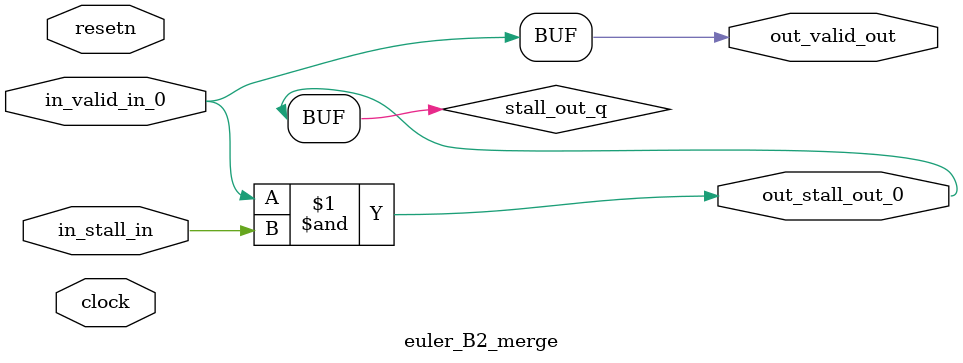
<source format=sv>



(* altera_attribute = "-name AUTO_SHIFT_REGISTER_RECOGNITION OFF; -name MESSAGE_DISABLE 10036; -name MESSAGE_DISABLE 10037; -name MESSAGE_DISABLE 14130; -name MESSAGE_DISABLE 14320; -name MESSAGE_DISABLE 15400; -name MESSAGE_DISABLE 14130; -name MESSAGE_DISABLE 10036; -name MESSAGE_DISABLE 12020; -name MESSAGE_DISABLE 12030; -name MESSAGE_DISABLE 12010; -name MESSAGE_DISABLE 12110; -name MESSAGE_DISABLE 14320; -name MESSAGE_DISABLE 13410; -name MESSAGE_DISABLE 113007; -name MESSAGE_DISABLE 10958" *)
module euler_B2_merge (
    input wire [0:0] in_stall_in,
    input wire [0:0] in_valid_in_0,
    output wire [0:0] out_stall_out_0,
    output wire [0:0] out_valid_out,
    input wire clock,
    input wire resetn
    );

    wire [0:0] stall_out_q;


    // stall_out(LOGICAL,6)
    assign stall_out_q = in_valid_in_0 & in_stall_in;

    // out_stall_out_0(GPOUT,4)
    assign out_stall_out_0 = stall_out_q;

    // out_valid_out(GPOUT,5)
    assign out_valid_out = in_valid_in_0;

endmodule

</source>
